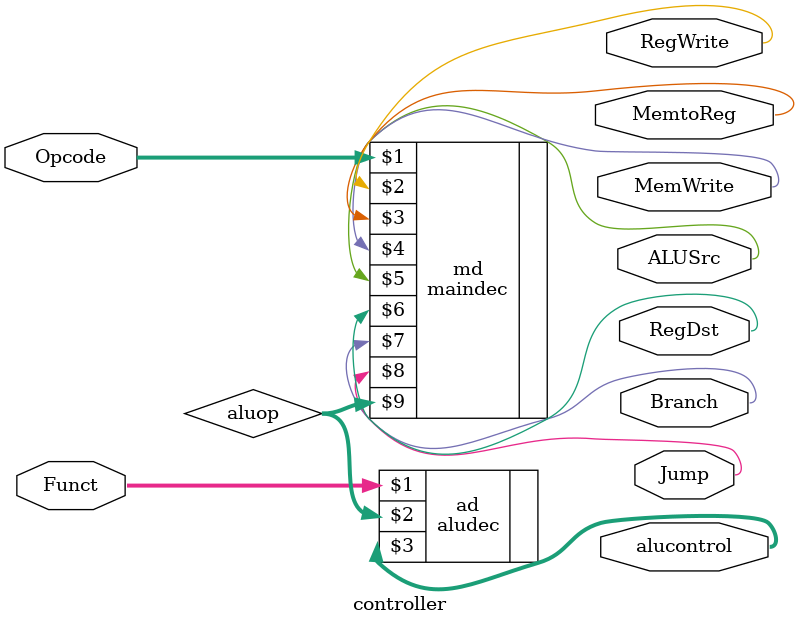
<source format=sv>
module controller(input logic 	[5:0] Opcode, Funct,
						output logic 	RegWrite, MemtoReg,
						output logic 	MemWrite,
						output logic 	ALUSrc, RegDst, Branch, Jump,
						output logic 	[2:0] alucontrol);
	//Note we've removed the pipeline suffixes. This controller
	//can also work for a single cycle MIPS processor.
						
	logic [1:0] aluop;
	logic branch;
	
	maindec md(Opcode, RegWrite, MemtoReg, MemWrite, ALUSrc,
					RegDst, Branch, Jump, aluop);
		
	aludec ad(Funct, aluop, alucontrol);
						
endmodule
</source>
